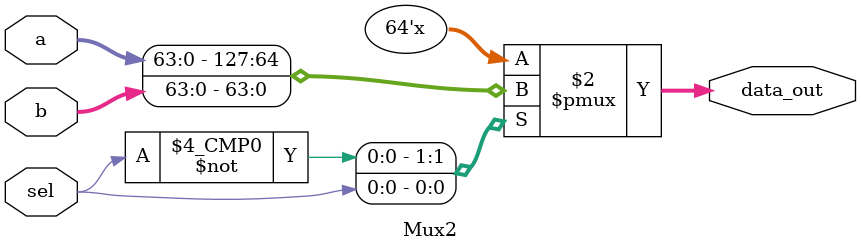
<source format=v>
module Mux
(
	input [63:0] a,
	input [63:0] b,
	input  sel,
	
	output reg [63:0]data_out
);

//assign data_out = sel? b:a ;

always @ (a, b, sel)
begin
	if (!sel)
		data_out = a;
	else
		data_out = b;
		
end

endmodule 




module Mux2
(
	input [63:0] a,
	input [63:0] b,
	input  sel,
	
	output reg [63:0]data_out
);

//assign data_out = sel? b:a ;

always @ (a, b, sel)
begin
	case (sel)
	1'b0: data_out = a;
	1'b1: data_out = b;
	1'bx: data_out = a;
	endcase
		
end

endmodule 
</source>
